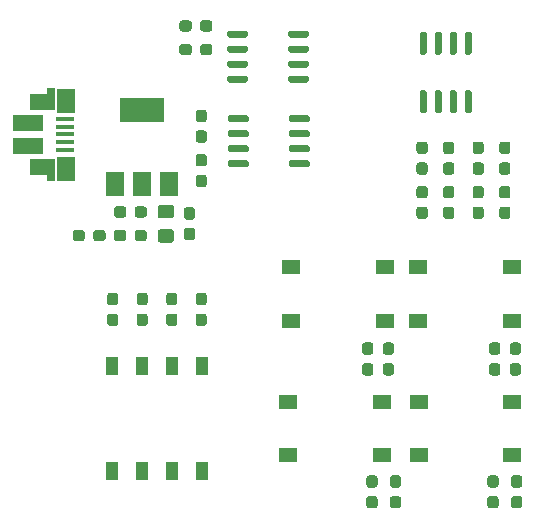
<source format=gbr>
%TF.GenerationSoftware,KiCad,Pcbnew,5.1.6-c6e7f7d~86~ubuntu18.04.1*%
%TF.CreationDate,2020-06-23T21:22:21-04:00*%
%TF.ProjectId,Toastboard,546f6173-7462-46f6-9172-642e6b696361,rev?*%
%TF.SameCoordinates,Original*%
%TF.FileFunction,Paste,Top*%
%TF.FilePolarity,Positive*%
%FSLAX46Y46*%
G04 Gerber Fmt 4.6, Leading zero omitted, Abs format (unit mm)*
G04 Created by KiCad (PCBNEW 5.1.6-c6e7f7d~86~ubuntu18.04.1) date 2020-06-23 21:22:21*
%MOMM*%
%LPD*%
G01*
G04 APERTURE LIST*
%ADD10R,2.500000X1.430000*%
%ADD11R,1.650000X0.400000*%
%ADD12R,1.500000X2.000000*%
%ADD13R,0.700000X1.825000*%
%ADD14R,2.000000X1.350000*%
%ADD15R,1.550000X1.300000*%
%ADD16R,1.100000X1.500000*%
%ADD17R,3.800000X2.000000*%
G04 APERTURE END LIST*
D10*
%TO.C,J2*%
X61465000Y-66535000D03*
X61465000Y-64615000D03*
D11*
X64615000Y-66875000D03*
X64615000Y-66225000D03*
X64615000Y-65575000D03*
X64615000Y-64925000D03*
X64615000Y-64275000D03*
D12*
X64735000Y-68475000D03*
X64715000Y-62725000D03*
D13*
X63415000Y-68575000D03*
X63415000Y-62625000D03*
D14*
X62665000Y-62845000D03*
X62665000Y-68325000D03*
%TD*%
%TO.C,C1*%
G36*
G01*
X74912500Y-73500000D02*
X75387500Y-73500000D01*
G75*
G02*
X75625000Y-73737500I0J-237500D01*
G01*
X75625000Y-74312500D01*
G75*
G02*
X75387500Y-74550000I-237500J0D01*
G01*
X74912500Y-74550000D01*
G75*
G02*
X74675000Y-74312500I0J237500D01*
G01*
X74675000Y-73737500D01*
G75*
G02*
X74912500Y-73500000I237500J0D01*
G01*
G37*
G36*
G01*
X74912500Y-71750000D02*
X75387500Y-71750000D01*
G75*
G02*
X75625000Y-71987500I0J-237500D01*
G01*
X75625000Y-72562500D01*
G75*
G02*
X75387500Y-72800000I-237500J0D01*
G01*
X74912500Y-72800000D01*
G75*
G02*
X74675000Y-72562500I0J237500D01*
G01*
X74675000Y-71987500D01*
G75*
G02*
X74912500Y-71750000I237500J0D01*
G01*
G37*
%TD*%
%TO.C,C2*%
G36*
G01*
X71550000Y-71912500D02*
X71550000Y-72387500D01*
G75*
G02*
X71312500Y-72625000I-237500J0D01*
G01*
X70737500Y-72625000D01*
G75*
G02*
X70500000Y-72387500I0J237500D01*
G01*
X70500000Y-71912500D01*
G75*
G02*
X70737500Y-71675000I237500J0D01*
G01*
X71312500Y-71675000D01*
G75*
G02*
X71550000Y-71912500I0J-237500D01*
G01*
G37*
G36*
G01*
X69800000Y-71912500D02*
X69800000Y-72387500D01*
G75*
G02*
X69562500Y-72625000I-237500J0D01*
G01*
X68987500Y-72625000D01*
G75*
G02*
X68750000Y-72387500I0J237500D01*
G01*
X68750000Y-71912500D01*
G75*
G02*
X68987500Y-71675000I237500J0D01*
G01*
X69562500Y-71675000D01*
G75*
G02*
X69800000Y-71912500I0J-237500D01*
G01*
G37*
%TD*%
%TO.C,C3*%
G36*
G01*
X102612500Y-96200000D02*
X103087500Y-96200000D01*
G75*
G02*
X103325000Y-96437500I0J-237500D01*
G01*
X103325000Y-97012500D01*
G75*
G02*
X103087500Y-97250000I-237500J0D01*
G01*
X102612500Y-97250000D01*
G75*
G02*
X102375000Y-97012500I0J237500D01*
G01*
X102375000Y-96437500D01*
G75*
G02*
X102612500Y-96200000I237500J0D01*
G01*
G37*
G36*
G01*
X102612500Y-94450000D02*
X103087500Y-94450000D01*
G75*
G02*
X103325000Y-94687500I0J-237500D01*
G01*
X103325000Y-95262500D01*
G75*
G02*
X103087500Y-95500000I-237500J0D01*
G01*
X102612500Y-95500000D01*
G75*
G02*
X102375000Y-95262500I0J237500D01*
G01*
X102375000Y-94687500D01*
G75*
G02*
X102612500Y-94450000I237500J0D01*
G01*
G37*
%TD*%
%TO.C,C4*%
G36*
G01*
X92362500Y-94450000D02*
X92837500Y-94450000D01*
G75*
G02*
X93075000Y-94687500I0J-237500D01*
G01*
X93075000Y-95262500D01*
G75*
G02*
X92837500Y-95500000I-237500J0D01*
G01*
X92362500Y-95500000D01*
G75*
G02*
X92125000Y-95262500I0J237500D01*
G01*
X92125000Y-94687500D01*
G75*
G02*
X92362500Y-94450000I237500J0D01*
G01*
G37*
G36*
G01*
X92362500Y-96200000D02*
X92837500Y-96200000D01*
G75*
G02*
X93075000Y-96437500I0J-237500D01*
G01*
X93075000Y-97012500D01*
G75*
G02*
X92837500Y-97250000I-237500J0D01*
G01*
X92362500Y-97250000D01*
G75*
G02*
X92125000Y-97012500I0J237500D01*
G01*
X92125000Y-96437500D01*
G75*
G02*
X92362500Y-96200000I237500J0D01*
G01*
G37*
%TD*%
%TO.C,C5*%
G36*
G01*
X102512500Y-83200000D02*
X102987500Y-83200000D01*
G75*
G02*
X103225000Y-83437500I0J-237500D01*
G01*
X103225000Y-84012500D01*
G75*
G02*
X102987500Y-84250000I-237500J0D01*
G01*
X102512500Y-84250000D01*
G75*
G02*
X102275000Y-84012500I0J237500D01*
G01*
X102275000Y-83437500D01*
G75*
G02*
X102512500Y-83200000I237500J0D01*
G01*
G37*
G36*
G01*
X102512500Y-84950000D02*
X102987500Y-84950000D01*
G75*
G02*
X103225000Y-85187500I0J-237500D01*
G01*
X103225000Y-85762500D01*
G75*
G02*
X102987500Y-86000000I-237500J0D01*
G01*
X102512500Y-86000000D01*
G75*
G02*
X102275000Y-85762500I0J237500D01*
G01*
X102275000Y-85187500D01*
G75*
G02*
X102512500Y-84950000I237500J0D01*
G01*
G37*
%TD*%
%TO.C,C6*%
G36*
G01*
X91762500Y-84950000D02*
X92237500Y-84950000D01*
G75*
G02*
X92475000Y-85187500I0J-237500D01*
G01*
X92475000Y-85762500D01*
G75*
G02*
X92237500Y-86000000I-237500J0D01*
G01*
X91762500Y-86000000D01*
G75*
G02*
X91525000Y-85762500I0J237500D01*
G01*
X91525000Y-85187500D01*
G75*
G02*
X91762500Y-84950000I237500J0D01*
G01*
G37*
G36*
G01*
X91762500Y-83200000D02*
X92237500Y-83200000D01*
G75*
G02*
X92475000Y-83437500I0J-237500D01*
G01*
X92475000Y-84012500D01*
G75*
G02*
X92237500Y-84250000I-237500J0D01*
G01*
X91762500Y-84250000D01*
G75*
G02*
X91525000Y-84012500I0J237500D01*
G01*
X91525000Y-83437500D01*
G75*
G02*
X91762500Y-83200000I237500J0D01*
G01*
G37*
%TD*%
%TO.C,D1*%
G36*
G01*
X95087500Y-69000000D02*
X94612500Y-69000000D01*
G75*
G02*
X94375000Y-68762500I0J237500D01*
G01*
X94375000Y-68187500D01*
G75*
G02*
X94612500Y-67950000I237500J0D01*
G01*
X95087500Y-67950000D01*
G75*
G02*
X95325000Y-68187500I0J-237500D01*
G01*
X95325000Y-68762500D01*
G75*
G02*
X95087500Y-69000000I-237500J0D01*
G01*
G37*
G36*
G01*
X95087500Y-67250000D02*
X94612500Y-67250000D01*
G75*
G02*
X94375000Y-67012500I0J237500D01*
G01*
X94375000Y-66437500D01*
G75*
G02*
X94612500Y-66200000I237500J0D01*
G01*
X95087500Y-66200000D01*
G75*
G02*
X95325000Y-66437500I0J-237500D01*
G01*
X95325000Y-67012500D01*
G75*
G02*
X95087500Y-67250000I-237500J0D01*
G01*
G37*
%TD*%
%TO.C,D2*%
G36*
G01*
X68050000Y-73912500D02*
X68050000Y-74387500D01*
G75*
G02*
X67812500Y-74625000I-237500J0D01*
G01*
X67237500Y-74625000D01*
G75*
G02*
X67000000Y-74387500I0J237500D01*
G01*
X67000000Y-73912500D01*
G75*
G02*
X67237500Y-73675000I237500J0D01*
G01*
X67812500Y-73675000D01*
G75*
G02*
X68050000Y-73912500I0J-237500D01*
G01*
G37*
G36*
G01*
X66300000Y-73912500D02*
X66300000Y-74387500D01*
G75*
G02*
X66062500Y-74625000I-237500J0D01*
G01*
X65487500Y-74625000D01*
G75*
G02*
X65250000Y-74387500I0J237500D01*
G01*
X65250000Y-73912500D01*
G75*
G02*
X65487500Y-73675000I237500J0D01*
G01*
X66062500Y-73675000D01*
G75*
G02*
X66300000Y-73912500I0J-237500D01*
G01*
G37*
%TD*%
%TO.C,D3*%
G36*
G01*
X97337500Y-69000000D02*
X96862500Y-69000000D01*
G75*
G02*
X96625000Y-68762500I0J237500D01*
G01*
X96625000Y-68187500D01*
G75*
G02*
X96862500Y-67950000I237500J0D01*
G01*
X97337500Y-67950000D01*
G75*
G02*
X97575000Y-68187500I0J-237500D01*
G01*
X97575000Y-68762500D01*
G75*
G02*
X97337500Y-69000000I-237500J0D01*
G01*
G37*
G36*
G01*
X97337500Y-67250000D02*
X96862500Y-67250000D01*
G75*
G02*
X96625000Y-67012500I0J237500D01*
G01*
X96625000Y-66437500D01*
G75*
G02*
X96862500Y-66200000I237500J0D01*
G01*
X97337500Y-66200000D01*
G75*
G02*
X97575000Y-66437500I0J-237500D01*
G01*
X97575000Y-67012500D01*
G75*
G02*
X97337500Y-67250000I-237500J0D01*
G01*
G37*
%TD*%
%TO.C,D4*%
G36*
G01*
X99837500Y-69000000D02*
X99362500Y-69000000D01*
G75*
G02*
X99125000Y-68762500I0J237500D01*
G01*
X99125000Y-68187500D01*
G75*
G02*
X99362500Y-67950000I237500J0D01*
G01*
X99837500Y-67950000D01*
G75*
G02*
X100075000Y-68187500I0J-237500D01*
G01*
X100075000Y-68762500D01*
G75*
G02*
X99837500Y-69000000I-237500J0D01*
G01*
G37*
G36*
G01*
X99837500Y-67250000D02*
X99362500Y-67250000D01*
G75*
G02*
X99125000Y-67012500I0J237500D01*
G01*
X99125000Y-66437500D01*
G75*
G02*
X99362500Y-66200000I237500J0D01*
G01*
X99837500Y-66200000D01*
G75*
G02*
X100075000Y-66437500I0J-237500D01*
G01*
X100075000Y-67012500D01*
G75*
G02*
X99837500Y-67250000I-237500J0D01*
G01*
G37*
%TD*%
%TO.C,D5*%
G36*
G01*
X102087500Y-67250000D02*
X101612500Y-67250000D01*
G75*
G02*
X101375000Y-67012500I0J237500D01*
G01*
X101375000Y-66437500D01*
G75*
G02*
X101612500Y-66200000I237500J0D01*
G01*
X102087500Y-66200000D01*
G75*
G02*
X102325000Y-66437500I0J-237500D01*
G01*
X102325000Y-67012500D01*
G75*
G02*
X102087500Y-67250000I-237500J0D01*
G01*
G37*
G36*
G01*
X102087500Y-69000000D02*
X101612500Y-69000000D01*
G75*
G02*
X101375000Y-68762500I0J237500D01*
G01*
X101375000Y-68187500D01*
G75*
G02*
X101612500Y-67950000I237500J0D01*
G01*
X102087500Y-67950000D01*
G75*
G02*
X102325000Y-68187500I0J-237500D01*
G01*
X102325000Y-68762500D01*
G75*
G02*
X102087500Y-69000000I-237500J0D01*
G01*
G37*
%TD*%
%TO.C,D6*%
G36*
G01*
X76387500Y-64550000D02*
X75912500Y-64550000D01*
G75*
G02*
X75675000Y-64312500I0J237500D01*
G01*
X75675000Y-63737500D01*
G75*
G02*
X75912500Y-63500000I237500J0D01*
G01*
X76387500Y-63500000D01*
G75*
G02*
X76625000Y-63737500I0J-237500D01*
G01*
X76625000Y-64312500D01*
G75*
G02*
X76387500Y-64550000I-237500J0D01*
G01*
G37*
G36*
G01*
X76387500Y-66300000D02*
X75912500Y-66300000D01*
G75*
G02*
X75675000Y-66062500I0J237500D01*
G01*
X75675000Y-65487500D01*
G75*
G02*
X75912500Y-65250000I237500J0D01*
G01*
X76387500Y-65250000D01*
G75*
G02*
X76625000Y-65487500I0J-237500D01*
G01*
X76625000Y-66062500D01*
G75*
G02*
X76387500Y-66300000I-237500J0D01*
G01*
G37*
%TD*%
%TO.C,F1*%
G36*
G01*
X71550000Y-73912500D02*
X71550000Y-74387500D01*
G75*
G02*
X71312500Y-74625000I-237500J0D01*
G01*
X70737500Y-74625000D01*
G75*
G02*
X70500000Y-74387500I0J237500D01*
G01*
X70500000Y-73912500D01*
G75*
G02*
X70737500Y-73675000I237500J0D01*
G01*
X71312500Y-73675000D01*
G75*
G02*
X71550000Y-73912500I0J-237500D01*
G01*
G37*
G36*
G01*
X69800000Y-73912500D02*
X69800000Y-74387500D01*
G75*
G02*
X69562500Y-74625000I-237500J0D01*
G01*
X68987500Y-74625000D01*
G75*
G02*
X68750000Y-74387500I0J237500D01*
G01*
X68750000Y-73912500D01*
G75*
G02*
X68987500Y-73675000I237500J0D01*
G01*
X69562500Y-73675000D01*
G75*
G02*
X69800000Y-73912500I0J-237500D01*
G01*
G37*
%TD*%
%TO.C,FB1*%
G36*
G01*
X72699999Y-71550000D02*
X73600001Y-71550000D01*
G75*
G02*
X73850000Y-71799999I0J-249999D01*
G01*
X73850000Y-72450001D01*
G75*
G02*
X73600001Y-72700000I-249999J0D01*
G01*
X72699999Y-72700000D01*
G75*
G02*
X72450000Y-72450001I0J249999D01*
G01*
X72450000Y-71799999D01*
G75*
G02*
X72699999Y-71550000I249999J0D01*
G01*
G37*
G36*
G01*
X72699999Y-73600000D02*
X73600001Y-73600000D01*
G75*
G02*
X73850000Y-73849999I0J-249999D01*
G01*
X73850000Y-74500001D01*
G75*
G02*
X73600001Y-74750000I-249999J0D01*
G01*
X72699999Y-74750000D01*
G75*
G02*
X72450000Y-74500001I0J249999D01*
G01*
X72450000Y-73849999D01*
G75*
G02*
X72699999Y-73600000I249999J0D01*
G01*
G37*
%TD*%
%TO.C,Q1*%
G36*
G01*
X95095000Y-63800000D02*
X94795000Y-63800000D01*
G75*
G02*
X94645000Y-63650000I0J150000D01*
G01*
X94645000Y-62000000D01*
G75*
G02*
X94795000Y-61850000I150000J0D01*
G01*
X95095000Y-61850000D01*
G75*
G02*
X95245000Y-62000000I0J-150000D01*
G01*
X95245000Y-63650000D01*
G75*
G02*
X95095000Y-63800000I-150000J0D01*
G01*
G37*
G36*
G01*
X96365000Y-63800000D02*
X96065000Y-63800000D01*
G75*
G02*
X95915000Y-63650000I0J150000D01*
G01*
X95915000Y-62000000D01*
G75*
G02*
X96065000Y-61850000I150000J0D01*
G01*
X96365000Y-61850000D01*
G75*
G02*
X96515000Y-62000000I0J-150000D01*
G01*
X96515000Y-63650000D01*
G75*
G02*
X96365000Y-63800000I-150000J0D01*
G01*
G37*
G36*
G01*
X97635000Y-63800000D02*
X97335000Y-63800000D01*
G75*
G02*
X97185000Y-63650000I0J150000D01*
G01*
X97185000Y-62000000D01*
G75*
G02*
X97335000Y-61850000I150000J0D01*
G01*
X97635000Y-61850000D01*
G75*
G02*
X97785000Y-62000000I0J-150000D01*
G01*
X97785000Y-63650000D01*
G75*
G02*
X97635000Y-63800000I-150000J0D01*
G01*
G37*
G36*
G01*
X98905000Y-63800000D02*
X98605000Y-63800000D01*
G75*
G02*
X98455000Y-63650000I0J150000D01*
G01*
X98455000Y-62000000D01*
G75*
G02*
X98605000Y-61850000I150000J0D01*
G01*
X98905000Y-61850000D01*
G75*
G02*
X99055000Y-62000000I0J-150000D01*
G01*
X99055000Y-63650000D01*
G75*
G02*
X98905000Y-63800000I-150000J0D01*
G01*
G37*
G36*
G01*
X98905000Y-58850000D02*
X98605000Y-58850000D01*
G75*
G02*
X98455000Y-58700000I0J150000D01*
G01*
X98455000Y-57050000D01*
G75*
G02*
X98605000Y-56900000I150000J0D01*
G01*
X98905000Y-56900000D01*
G75*
G02*
X99055000Y-57050000I0J-150000D01*
G01*
X99055000Y-58700000D01*
G75*
G02*
X98905000Y-58850000I-150000J0D01*
G01*
G37*
G36*
G01*
X97635000Y-58850000D02*
X97335000Y-58850000D01*
G75*
G02*
X97185000Y-58700000I0J150000D01*
G01*
X97185000Y-57050000D01*
G75*
G02*
X97335000Y-56900000I150000J0D01*
G01*
X97635000Y-56900000D01*
G75*
G02*
X97785000Y-57050000I0J-150000D01*
G01*
X97785000Y-58700000D01*
G75*
G02*
X97635000Y-58850000I-150000J0D01*
G01*
G37*
G36*
G01*
X96365000Y-58850000D02*
X96065000Y-58850000D01*
G75*
G02*
X95915000Y-58700000I0J150000D01*
G01*
X95915000Y-57050000D01*
G75*
G02*
X96065000Y-56900000I150000J0D01*
G01*
X96365000Y-56900000D01*
G75*
G02*
X96515000Y-57050000I0J-150000D01*
G01*
X96515000Y-58700000D01*
G75*
G02*
X96365000Y-58850000I-150000J0D01*
G01*
G37*
G36*
G01*
X95095000Y-58850000D02*
X94795000Y-58850000D01*
G75*
G02*
X94645000Y-58700000I0J150000D01*
G01*
X94645000Y-57050000D01*
G75*
G02*
X94795000Y-56900000I150000J0D01*
G01*
X95095000Y-56900000D01*
G75*
G02*
X95245000Y-57050000I0J-150000D01*
G01*
X95245000Y-58700000D01*
G75*
G02*
X95095000Y-58850000I-150000J0D01*
G01*
G37*
%TD*%
%TO.C,R1*%
G36*
G01*
X94612500Y-69950000D02*
X95087500Y-69950000D01*
G75*
G02*
X95325000Y-70187500I0J-237500D01*
G01*
X95325000Y-70762500D01*
G75*
G02*
X95087500Y-71000000I-237500J0D01*
G01*
X94612500Y-71000000D01*
G75*
G02*
X94375000Y-70762500I0J237500D01*
G01*
X94375000Y-70187500D01*
G75*
G02*
X94612500Y-69950000I237500J0D01*
G01*
G37*
G36*
G01*
X94612500Y-71700000D02*
X95087500Y-71700000D01*
G75*
G02*
X95325000Y-71937500I0J-237500D01*
G01*
X95325000Y-72512500D01*
G75*
G02*
X95087500Y-72750000I-237500J0D01*
G01*
X94612500Y-72750000D01*
G75*
G02*
X94375000Y-72512500I0J237500D01*
G01*
X94375000Y-71937500D01*
G75*
G02*
X94612500Y-71700000I237500J0D01*
G01*
G37*
%TD*%
%TO.C,R2*%
G36*
G01*
X96862500Y-69950000D02*
X97337500Y-69950000D01*
G75*
G02*
X97575000Y-70187500I0J-237500D01*
G01*
X97575000Y-70762500D01*
G75*
G02*
X97337500Y-71000000I-237500J0D01*
G01*
X96862500Y-71000000D01*
G75*
G02*
X96625000Y-70762500I0J237500D01*
G01*
X96625000Y-70187500D01*
G75*
G02*
X96862500Y-69950000I237500J0D01*
G01*
G37*
G36*
G01*
X96862500Y-71700000D02*
X97337500Y-71700000D01*
G75*
G02*
X97575000Y-71937500I0J-237500D01*
G01*
X97575000Y-72512500D01*
G75*
G02*
X97337500Y-72750000I-237500J0D01*
G01*
X96862500Y-72750000D01*
G75*
G02*
X96625000Y-72512500I0J237500D01*
G01*
X96625000Y-71937500D01*
G75*
G02*
X96862500Y-71700000I237500J0D01*
G01*
G37*
%TD*%
%TO.C,R3*%
G36*
G01*
X99362500Y-69950000D02*
X99837500Y-69950000D01*
G75*
G02*
X100075000Y-70187500I0J-237500D01*
G01*
X100075000Y-70762500D01*
G75*
G02*
X99837500Y-71000000I-237500J0D01*
G01*
X99362500Y-71000000D01*
G75*
G02*
X99125000Y-70762500I0J237500D01*
G01*
X99125000Y-70187500D01*
G75*
G02*
X99362500Y-69950000I237500J0D01*
G01*
G37*
G36*
G01*
X99362500Y-71700000D02*
X99837500Y-71700000D01*
G75*
G02*
X100075000Y-71937500I0J-237500D01*
G01*
X100075000Y-72512500D01*
G75*
G02*
X99837500Y-72750000I-237500J0D01*
G01*
X99362500Y-72750000D01*
G75*
G02*
X99125000Y-72512500I0J237500D01*
G01*
X99125000Y-71937500D01*
G75*
G02*
X99362500Y-71700000I237500J0D01*
G01*
G37*
%TD*%
%TO.C,R4*%
G36*
G01*
X101607499Y-71700000D02*
X102082499Y-71700000D01*
G75*
G02*
X102319999Y-71937500I0J-237500D01*
G01*
X102319999Y-72512500D01*
G75*
G02*
X102082499Y-72750000I-237500J0D01*
G01*
X101607499Y-72750000D01*
G75*
G02*
X101369999Y-72512500I0J237500D01*
G01*
X101369999Y-71937500D01*
G75*
G02*
X101607499Y-71700000I237500J0D01*
G01*
G37*
G36*
G01*
X101607499Y-69950000D02*
X102082499Y-69950000D01*
G75*
G02*
X102319999Y-70187500I0J-237500D01*
G01*
X102319999Y-70762500D01*
G75*
G02*
X102082499Y-71000000I-237500J0D01*
G01*
X101607499Y-71000000D01*
G75*
G02*
X101369999Y-70762500I0J237500D01*
G01*
X101369999Y-70187500D01*
G75*
G02*
X101607499Y-69950000I237500J0D01*
G01*
G37*
%TD*%
%TO.C,R5*%
G36*
G01*
X74300000Y-58637500D02*
X74300000Y-58162500D01*
G75*
G02*
X74537500Y-57925000I237500J0D01*
G01*
X75112500Y-57925000D01*
G75*
G02*
X75350000Y-58162500I0J-237500D01*
G01*
X75350000Y-58637500D01*
G75*
G02*
X75112500Y-58875000I-237500J0D01*
G01*
X74537500Y-58875000D01*
G75*
G02*
X74300000Y-58637500I0J237500D01*
G01*
G37*
G36*
G01*
X76050000Y-58637500D02*
X76050000Y-58162500D01*
G75*
G02*
X76287500Y-57925000I237500J0D01*
G01*
X76862500Y-57925000D01*
G75*
G02*
X77100000Y-58162500I0J-237500D01*
G01*
X77100000Y-58637500D01*
G75*
G02*
X76862500Y-58875000I-237500J0D01*
G01*
X76287500Y-58875000D01*
G75*
G02*
X76050000Y-58637500I0J237500D01*
G01*
G37*
%TD*%
%TO.C,R6*%
G36*
G01*
X76050000Y-56637500D02*
X76050000Y-56162500D01*
G75*
G02*
X76287500Y-55925000I237500J0D01*
G01*
X76862500Y-55925000D01*
G75*
G02*
X77100000Y-56162500I0J-237500D01*
G01*
X77100000Y-56637500D01*
G75*
G02*
X76862500Y-56875000I-237500J0D01*
G01*
X76287500Y-56875000D01*
G75*
G02*
X76050000Y-56637500I0J237500D01*
G01*
G37*
G36*
G01*
X74300000Y-56637500D02*
X74300000Y-56162500D01*
G75*
G02*
X74537500Y-55925000I237500J0D01*
G01*
X75112500Y-55925000D01*
G75*
G02*
X75350000Y-56162500I0J-237500D01*
G01*
X75350000Y-56637500D01*
G75*
G02*
X75112500Y-56875000I-237500J0D01*
G01*
X74537500Y-56875000D01*
G75*
G02*
X74300000Y-56637500I0J237500D01*
G01*
G37*
%TD*%
%TO.C,R7*%
G36*
G01*
X75912500Y-67250000D02*
X76387500Y-67250000D01*
G75*
G02*
X76625000Y-67487500I0J-237500D01*
G01*
X76625000Y-68062500D01*
G75*
G02*
X76387500Y-68300000I-237500J0D01*
G01*
X75912500Y-68300000D01*
G75*
G02*
X75675000Y-68062500I0J237500D01*
G01*
X75675000Y-67487500D01*
G75*
G02*
X75912500Y-67250000I237500J0D01*
G01*
G37*
G36*
G01*
X75912500Y-69000000D02*
X76387500Y-69000000D01*
G75*
G02*
X76625000Y-69237500I0J-237500D01*
G01*
X76625000Y-69812500D01*
G75*
G02*
X76387500Y-70050000I-237500J0D01*
G01*
X75912500Y-70050000D01*
G75*
G02*
X75675000Y-69812500I0J237500D01*
G01*
X75675000Y-69237500D01*
G75*
G02*
X75912500Y-69000000I237500J0D01*
G01*
G37*
%TD*%
%TO.C,R8*%
G36*
G01*
X100612500Y-96200000D02*
X101087500Y-96200000D01*
G75*
G02*
X101325000Y-96437500I0J-237500D01*
G01*
X101325000Y-97012500D01*
G75*
G02*
X101087500Y-97250000I-237500J0D01*
G01*
X100612500Y-97250000D01*
G75*
G02*
X100375000Y-97012500I0J237500D01*
G01*
X100375000Y-96437500D01*
G75*
G02*
X100612500Y-96200000I237500J0D01*
G01*
G37*
G36*
G01*
X100612500Y-94450000D02*
X101087500Y-94450000D01*
G75*
G02*
X101325000Y-94687500I0J-237500D01*
G01*
X101325000Y-95262500D01*
G75*
G02*
X101087500Y-95500000I-237500J0D01*
G01*
X100612500Y-95500000D01*
G75*
G02*
X100375000Y-95262500I0J237500D01*
G01*
X100375000Y-94687500D01*
G75*
G02*
X100612500Y-94450000I237500J0D01*
G01*
G37*
%TD*%
%TO.C,R9*%
G36*
G01*
X90362500Y-94450000D02*
X90837500Y-94450000D01*
G75*
G02*
X91075000Y-94687500I0J-237500D01*
G01*
X91075000Y-95262500D01*
G75*
G02*
X90837500Y-95500000I-237500J0D01*
G01*
X90362500Y-95500000D01*
G75*
G02*
X90125000Y-95262500I0J237500D01*
G01*
X90125000Y-94687500D01*
G75*
G02*
X90362500Y-94450000I237500J0D01*
G01*
G37*
G36*
G01*
X90362500Y-96200000D02*
X90837500Y-96200000D01*
G75*
G02*
X91075000Y-96437500I0J-237500D01*
G01*
X91075000Y-97012500D01*
G75*
G02*
X90837500Y-97250000I-237500J0D01*
G01*
X90362500Y-97250000D01*
G75*
G02*
X90125000Y-97012500I0J237500D01*
G01*
X90125000Y-96437500D01*
G75*
G02*
X90362500Y-96200000I237500J0D01*
G01*
G37*
%TD*%
%TO.C,R10*%
G36*
G01*
X100762500Y-84950000D02*
X101237500Y-84950000D01*
G75*
G02*
X101475000Y-85187500I0J-237500D01*
G01*
X101475000Y-85762500D01*
G75*
G02*
X101237500Y-86000000I-237500J0D01*
G01*
X100762500Y-86000000D01*
G75*
G02*
X100525000Y-85762500I0J237500D01*
G01*
X100525000Y-85187500D01*
G75*
G02*
X100762500Y-84950000I237500J0D01*
G01*
G37*
G36*
G01*
X100762500Y-83200000D02*
X101237500Y-83200000D01*
G75*
G02*
X101475000Y-83437500I0J-237500D01*
G01*
X101475000Y-84012500D01*
G75*
G02*
X101237500Y-84250000I-237500J0D01*
G01*
X100762500Y-84250000D01*
G75*
G02*
X100525000Y-84012500I0J237500D01*
G01*
X100525000Y-83437500D01*
G75*
G02*
X100762500Y-83200000I237500J0D01*
G01*
G37*
%TD*%
%TO.C,R11*%
G36*
G01*
X76387500Y-80050000D02*
X75912500Y-80050000D01*
G75*
G02*
X75675000Y-79812500I0J237500D01*
G01*
X75675000Y-79237500D01*
G75*
G02*
X75912500Y-79000000I237500J0D01*
G01*
X76387500Y-79000000D01*
G75*
G02*
X76625000Y-79237500I0J-237500D01*
G01*
X76625000Y-79812500D01*
G75*
G02*
X76387500Y-80050000I-237500J0D01*
G01*
G37*
G36*
G01*
X76387500Y-81800000D02*
X75912500Y-81800000D01*
G75*
G02*
X75675000Y-81562500I0J237500D01*
G01*
X75675000Y-80987500D01*
G75*
G02*
X75912500Y-80750000I237500J0D01*
G01*
X76387500Y-80750000D01*
G75*
G02*
X76625000Y-80987500I0J-237500D01*
G01*
X76625000Y-81562500D01*
G75*
G02*
X76387500Y-81800000I-237500J0D01*
G01*
G37*
%TD*%
%TO.C,R12*%
G36*
G01*
X73887500Y-80050000D02*
X73412500Y-80050000D01*
G75*
G02*
X73175000Y-79812500I0J237500D01*
G01*
X73175000Y-79237500D01*
G75*
G02*
X73412500Y-79000000I237500J0D01*
G01*
X73887500Y-79000000D01*
G75*
G02*
X74125000Y-79237500I0J-237500D01*
G01*
X74125000Y-79812500D01*
G75*
G02*
X73887500Y-80050000I-237500J0D01*
G01*
G37*
G36*
G01*
X73887500Y-81800000D02*
X73412500Y-81800000D01*
G75*
G02*
X73175000Y-81562500I0J237500D01*
G01*
X73175000Y-80987500D01*
G75*
G02*
X73412500Y-80750000I237500J0D01*
G01*
X73887500Y-80750000D01*
G75*
G02*
X74125000Y-80987500I0J-237500D01*
G01*
X74125000Y-81562500D01*
G75*
G02*
X73887500Y-81800000I-237500J0D01*
G01*
G37*
%TD*%
%TO.C,R13*%
G36*
G01*
X71387500Y-81800000D02*
X70912500Y-81800000D01*
G75*
G02*
X70675000Y-81562500I0J237500D01*
G01*
X70675000Y-80987500D01*
G75*
G02*
X70912500Y-80750000I237500J0D01*
G01*
X71387500Y-80750000D01*
G75*
G02*
X71625000Y-80987500I0J-237500D01*
G01*
X71625000Y-81562500D01*
G75*
G02*
X71387500Y-81800000I-237500J0D01*
G01*
G37*
G36*
G01*
X71387500Y-80050000D02*
X70912500Y-80050000D01*
G75*
G02*
X70675000Y-79812500I0J237500D01*
G01*
X70675000Y-79237500D01*
G75*
G02*
X70912500Y-79000000I237500J0D01*
G01*
X71387500Y-79000000D01*
G75*
G02*
X71625000Y-79237500I0J-237500D01*
G01*
X71625000Y-79812500D01*
G75*
G02*
X71387500Y-80050000I-237500J0D01*
G01*
G37*
%TD*%
%TO.C,R14*%
G36*
G01*
X90012500Y-83200000D02*
X90487500Y-83200000D01*
G75*
G02*
X90725000Y-83437500I0J-237500D01*
G01*
X90725000Y-84012500D01*
G75*
G02*
X90487500Y-84250000I-237500J0D01*
G01*
X90012500Y-84250000D01*
G75*
G02*
X89775000Y-84012500I0J237500D01*
G01*
X89775000Y-83437500D01*
G75*
G02*
X90012500Y-83200000I237500J0D01*
G01*
G37*
G36*
G01*
X90012500Y-84950000D02*
X90487500Y-84950000D01*
G75*
G02*
X90725000Y-85187500I0J-237500D01*
G01*
X90725000Y-85762500D01*
G75*
G02*
X90487500Y-86000000I-237500J0D01*
G01*
X90012500Y-86000000D01*
G75*
G02*
X89775000Y-85762500I0J237500D01*
G01*
X89775000Y-85187500D01*
G75*
G02*
X90012500Y-84950000I237500J0D01*
G01*
G37*
%TD*%
%TO.C,R15*%
G36*
G01*
X68887500Y-80050000D02*
X68412500Y-80050000D01*
G75*
G02*
X68175000Y-79812500I0J237500D01*
G01*
X68175000Y-79237500D01*
G75*
G02*
X68412500Y-79000000I237500J0D01*
G01*
X68887500Y-79000000D01*
G75*
G02*
X69125000Y-79237500I0J-237500D01*
G01*
X69125000Y-79812500D01*
G75*
G02*
X68887500Y-80050000I-237500J0D01*
G01*
G37*
G36*
G01*
X68887500Y-81800000D02*
X68412500Y-81800000D01*
G75*
G02*
X68175000Y-81562500I0J237500D01*
G01*
X68175000Y-80987500D01*
G75*
G02*
X68412500Y-80750000I237500J0D01*
G01*
X68887500Y-80750000D01*
G75*
G02*
X69125000Y-80987500I0J-237500D01*
G01*
X69125000Y-81562500D01*
G75*
G02*
X68887500Y-81800000I-237500J0D01*
G01*
G37*
%TD*%
D15*
%TO.C,BTN_0*%
X94550001Y-92740001D03*
X94550001Y-88240001D03*
X102500001Y-88240001D03*
X102500001Y-92740001D03*
%TD*%
%TO.C,BTN_1*%
X91450001Y-92740001D03*
X91450001Y-88240001D03*
X83500001Y-88240001D03*
X83500001Y-92740001D03*
%TD*%
%TO.C,BTN_2*%
X94525000Y-81350000D03*
X94525000Y-76850000D03*
X102475000Y-76850000D03*
X102475000Y-81350000D03*
%TD*%
%TO.C,BTN_3*%
X91725000Y-81350000D03*
X91725000Y-76850000D03*
X83775000Y-76850000D03*
X83775000Y-81350000D03*
%TD*%
D16*
%TO.C,SW5*%
X76210000Y-85200000D03*
X68590000Y-94100000D03*
X73670000Y-85200000D03*
X71130000Y-94100000D03*
X71130000Y-85200000D03*
X73670000Y-94100000D03*
X68590000Y-85200000D03*
X76210000Y-94100000D03*
%TD*%
%TO.C,U1*%
G36*
G01*
X80100000Y-60755000D02*
X80100000Y-61055000D01*
G75*
G02*
X79950000Y-61205000I-150000J0D01*
G01*
X78500000Y-61205000D01*
G75*
G02*
X78350000Y-61055000I0J150000D01*
G01*
X78350000Y-60755000D01*
G75*
G02*
X78500000Y-60605000I150000J0D01*
G01*
X79950000Y-60605000D01*
G75*
G02*
X80100000Y-60755000I0J-150000D01*
G01*
G37*
G36*
G01*
X80100000Y-59485000D02*
X80100000Y-59785000D01*
G75*
G02*
X79950000Y-59935000I-150000J0D01*
G01*
X78500000Y-59935000D01*
G75*
G02*
X78350000Y-59785000I0J150000D01*
G01*
X78350000Y-59485000D01*
G75*
G02*
X78500000Y-59335000I150000J0D01*
G01*
X79950000Y-59335000D01*
G75*
G02*
X80100000Y-59485000I0J-150000D01*
G01*
G37*
G36*
G01*
X80100000Y-58215000D02*
X80100000Y-58515000D01*
G75*
G02*
X79950000Y-58665000I-150000J0D01*
G01*
X78500000Y-58665000D01*
G75*
G02*
X78350000Y-58515000I0J150000D01*
G01*
X78350000Y-58215000D01*
G75*
G02*
X78500000Y-58065000I150000J0D01*
G01*
X79950000Y-58065000D01*
G75*
G02*
X80100000Y-58215000I0J-150000D01*
G01*
G37*
G36*
G01*
X80100000Y-56945000D02*
X80100000Y-57245000D01*
G75*
G02*
X79950000Y-57395000I-150000J0D01*
G01*
X78500000Y-57395000D01*
G75*
G02*
X78350000Y-57245000I0J150000D01*
G01*
X78350000Y-56945000D01*
G75*
G02*
X78500000Y-56795000I150000J0D01*
G01*
X79950000Y-56795000D01*
G75*
G02*
X80100000Y-56945000I0J-150000D01*
G01*
G37*
G36*
G01*
X85250000Y-56945000D02*
X85250000Y-57245000D01*
G75*
G02*
X85100000Y-57395000I-150000J0D01*
G01*
X83650000Y-57395000D01*
G75*
G02*
X83500000Y-57245000I0J150000D01*
G01*
X83500000Y-56945000D01*
G75*
G02*
X83650000Y-56795000I150000J0D01*
G01*
X85100000Y-56795000D01*
G75*
G02*
X85250000Y-56945000I0J-150000D01*
G01*
G37*
G36*
G01*
X85250000Y-58215000D02*
X85250000Y-58515000D01*
G75*
G02*
X85100000Y-58665000I-150000J0D01*
G01*
X83650000Y-58665000D01*
G75*
G02*
X83500000Y-58515000I0J150000D01*
G01*
X83500000Y-58215000D01*
G75*
G02*
X83650000Y-58065000I150000J0D01*
G01*
X85100000Y-58065000D01*
G75*
G02*
X85250000Y-58215000I0J-150000D01*
G01*
G37*
G36*
G01*
X85250000Y-59485000D02*
X85250000Y-59785000D01*
G75*
G02*
X85100000Y-59935000I-150000J0D01*
G01*
X83650000Y-59935000D01*
G75*
G02*
X83500000Y-59785000I0J150000D01*
G01*
X83500000Y-59485000D01*
G75*
G02*
X83650000Y-59335000I150000J0D01*
G01*
X85100000Y-59335000D01*
G75*
G02*
X85250000Y-59485000I0J-150000D01*
G01*
G37*
G36*
G01*
X85250000Y-60755000D02*
X85250000Y-61055000D01*
G75*
G02*
X85100000Y-61205000I-150000J0D01*
G01*
X83650000Y-61205000D01*
G75*
G02*
X83500000Y-61055000I0J150000D01*
G01*
X83500000Y-60755000D01*
G75*
G02*
X83650000Y-60605000I150000J0D01*
G01*
X85100000Y-60605000D01*
G75*
G02*
X85250000Y-60755000I0J-150000D01*
G01*
G37*
%TD*%
%TO.C,U2*%
G36*
G01*
X78425000Y-64400000D02*
X78425000Y-64100000D01*
G75*
G02*
X78575000Y-63950000I150000J0D01*
G01*
X80025000Y-63950000D01*
G75*
G02*
X80175000Y-64100000I0J-150000D01*
G01*
X80175000Y-64400000D01*
G75*
G02*
X80025000Y-64550000I-150000J0D01*
G01*
X78575000Y-64550000D01*
G75*
G02*
X78425000Y-64400000I0J150000D01*
G01*
G37*
G36*
G01*
X78425000Y-65670000D02*
X78425000Y-65370000D01*
G75*
G02*
X78575000Y-65220000I150000J0D01*
G01*
X80025000Y-65220000D01*
G75*
G02*
X80175000Y-65370000I0J-150000D01*
G01*
X80175000Y-65670000D01*
G75*
G02*
X80025000Y-65820000I-150000J0D01*
G01*
X78575000Y-65820000D01*
G75*
G02*
X78425000Y-65670000I0J150000D01*
G01*
G37*
G36*
G01*
X78425000Y-66940000D02*
X78425000Y-66640000D01*
G75*
G02*
X78575000Y-66490000I150000J0D01*
G01*
X80025000Y-66490000D01*
G75*
G02*
X80175000Y-66640000I0J-150000D01*
G01*
X80175000Y-66940000D01*
G75*
G02*
X80025000Y-67090000I-150000J0D01*
G01*
X78575000Y-67090000D01*
G75*
G02*
X78425000Y-66940000I0J150000D01*
G01*
G37*
G36*
G01*
X78425000Y-68210000D02*
X78425000Y-67910000D01*
G75*
G02*
X78575000Y-67760000I150000J0D01*
G01*
X80025000Y-67760000D01*
G75*
G02*
X80175000Y-67910000I0J-150000D01*
G01*
X80175000Y-68210000D01*
G75*
G02*
X80025000Y-68360000I-150000J0D01*
G01*
X78575000Y-68360000D01*
G75*
G02*
X78425000Y-68210000I0J150000D01*
G01*
G37*
G36*
G01*
X83575000Y-68210000D02*
X83575000Y-67910000D01*
G75*
G02*
X83725000Y-67760000I150000J0D01*
G01*
X85175000Y-67760000D01*
G75*
G02*
X85325000Y-67910000I0J-150000D01*
G01*
X85325000Y-68210000D01*
G75*
G02*
X85175000Y-68360000I-150000J0D01*
G01*
X83725000Y-68360000D01*
G75*
G02*
X83575000Y-68210000I0J150000D01*
G01*
G37*
G36*
G01*
X83575000Y-66940000D02*
X83575000Y-66640000D01*
G75*
G02*
X83725000Y-66490000I150000J0D01*
G01*
X85175000Y-66490000D01*
G75*
G02*
X85325000Y-66640000I0J-150000D01*
G01*
X85325000Y-66940000D01*
G75*
G02*
X85175000Y-67090000I-150000J0D01*
G01*
X83725000Y-67090000D01*
G75*
G02*
X83575000Y-66940000I0J150000D01*
G01*
G37*
G36*
G01*
X83575000Y-65670000D02*
X83575000Y-65370000D01*
G75*
G02*
X83725000Y-65220000I150000J0D01*
G01*
X85175000Y-65220000D01*
G75*
G02*
X85325000Y-65370000I0J-150000D01*
G01*
X85325000Y-65670000D01*
G75*
G02*
X85175000Y-65820000I-150000J0D01*
G01*
X83725000Y-65820000D01*
G75*
G02*
X83575000Y-65670000I0J150000D01*
G01*
G37*
G36*
G01*
X83575000Y-64400000D02*
X83575000Y-64100000D01*
G75*
G02*
X83725000Y-63950000I150000J0D01*
G01*
X85175000Y-63950000D01*
G75*
G02*
X85325000Y-64100000I0J-150000D01*
G01*
X85325000Y-64400000D01*
G75*
G02*
X85175000Y-64550000I-150000J0D01*
G01*
X83725000Y-64550000D01*
G75*
G02*
X83575000Y-64400000I0J150000D01*
G01*
G37*
%TD*%
D17*
%TO.C,U3*%
X71150000Y-63500000D03*
D12*
X71150000Y-69800000D03*
X73450000Y-69800000D03*
X68850000Y-69800000D03*
%TD*%
M02*

</source>
